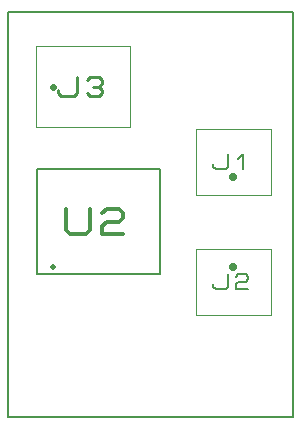
<source format=gbr>
G04 PROTEUS GERBER X2 FILE*
%TF.GenerationSoftware,Labcenter,Proteus,8.9-SP0-Build27865*%
%TF.CreationDate,2020-10-08T22:41:29+00:00*%
%TF.FileFunction,AssemblyDrawing,Top*%
%TF.FilePolarity,Positive*%
%TF.Part,Single*%
%TF.SameCoordinates,{0b1cd8f1-c089-4694-997e-405263033d43}*%
%FSLAX45Y45*%
%MOMM*%
G01*
%TA.AperFunction,Material*%
%ADD20C,0.203200*%
%ADD72C,0.508000*%
%ADD73C,0.345440*%
%TA.AperFunction,Profile*%
%ADD17C,0.203200*%
%TA.AperFunction,Material*%
%ADD30C,0.050000*%
%ADD31C,0.660000*%
%ADD32C,0.211660*%
%ADD33C,0.632000*%
%ADD34C,0.267000*%
%TD.AperFunction*%
D20*
X+243840Y-1968500D02*
X+1280160Y-1968500D01*
X+1280160Y-1079500D01*
X+243840Y-1079500D01*
X+243840Y-1968500D01*
D72*
X+381000Y-1905000D02*
X+381000Y-1905000D01*
D73*
X+485648Y-1420368D02*
X+485648Y-1593088D01*
X+520192Y-1627632D01*
X+658368Y-1627632D01*
X+692912Y-1593088D01*
X+692912Y-1420368D01*
X+796544Y-1454912D02*
X+831088Y-1420368D01*
X+934720Y-1420368D01*
X+969264Y-1454912D01*
X+969264Y-1489456D01*
X+934720Y-1524000D01*
X+831088Y-1524000D01*
X+796544Y-1558544D01*
X+796544Y-1627632D01*
X+969264Y-1627632D01*
D17*
X+0Y-3175000D02*
X+2413000Y-3175000D01*
X+2413000Y+254000D01*
X+0Y+254000D01*
X+0Y-3175000D01*
D30*
X+1590000Y-1295000D02*
X+2220000Y-1295000D01*
X+2220000Y-737000D01*
X+1590000Y-737000D01*
X+1590000Y-1295000D01*
D31*
X+1905000Y-1143000D02*
X+1905000Y-1143000D01*
D32*
X+1735668Y-1037167D02*
X+1735668Y-1058334D01*
X+1756834Y-1079500D01*
X+1841500Y-1079500D01*
X+1862667Y-1058334D01*
X+1862667Y-952501D01*
X+1947333Y-994834D02*
X+1989666Y-952501D01*
X+1989666Y-1079500D01*
D30*
X+1590000Y-2311000D02*
X+2220000Y-2311000D01*
X+2220000Y-1753000D01*
X+1590000Y-1753000D01*
X+1590000Y-2311000D01*
D31*
X+1905000Y-1905000D02*
X+1905000Y-1905000D01*
D32*
X+1735668Y-2053167D02*
X+1735668Y-2074334D01*
X+1756834Y-2095500D01*
X+1841500Y-2095500D01*
X+1862667Y-2074334D01*
X+1862667Y-1968501D01*
X+1926166Y-1989667D02*
X+1947333Y-1968501D01*
X+2010832Y-1968501D01*
X+2031999Y-1989667D01*
X+2031999Y-2010834D01*
X+2010832Y-2032000D01*
X+1947333Y-2032000D01*
X+1926166Y-2053167D01*
X+1926166Y-2095500D01*
X+2031999Y-2095500D01*
D30*
X+237000Y-723000D02*
X+237000Y-39000D01*
X+1033000Y-39000D01*
X+1033000Y-723000D01*
X+237000Y-723000D01*
D33*
X+381000Y-381000D02*
X+381000Y-381000D01*
D34*
X+421400Y-407700D02*
X+421400Y-434400D01*
X+448100Y-461100D01*
X+554900Y-461100D01*
X+581600Y-434400D01*
X+581600Y-300900D01*
X+661700Y-327600D02*
X+688400Y-300900D01*
X+768500Y-300900D01*
X+795200Y-327600D01*
X+795200Y-354300D01*
X+768500Y-381000D01*
X+795200Y-407700D01*
X+795200Y-434400D01*
X+768500Y-461100D01*
X+688400Y-461100D01*
X+661700Y-434400D01*
X+715100Y-381000D02*
X+768500Y-381000D01*
M02*

</source>
